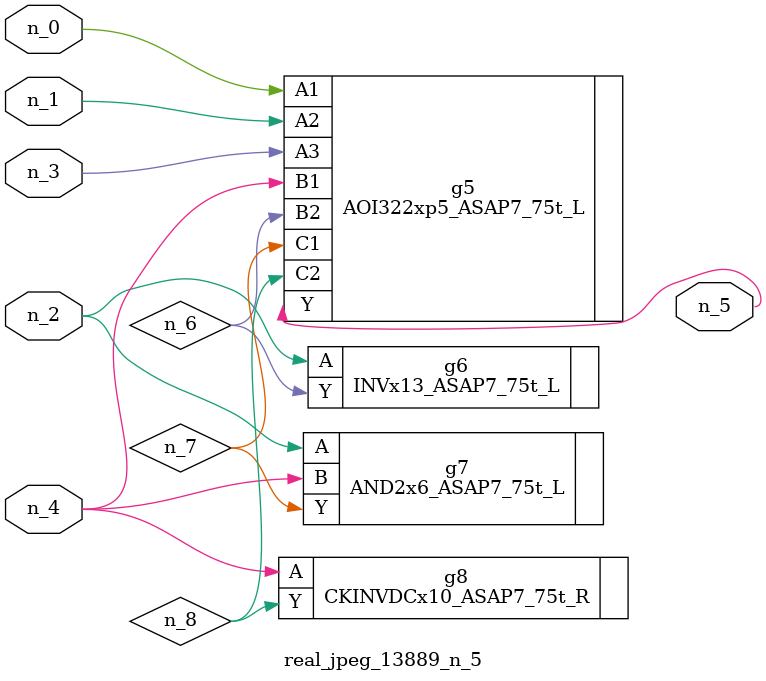
<source format=v>
module real_jpeg_13889_n_5 (n_4, n_0, n_1, n_2, n_3, n_5);

input n_4;
input n_0;
input n_1;
input n_2;
input n_3;

output n_5;

wire n_8;
wire n_6;
wire n_7;

AOI322xp5_ASAP7_75t_L g5 ( 
.A1(n_0),
.A2(n_1),
.A3(n_3),
.B1(n_4),
.B2(n_6),
.C1(n_7),
.C2(n_8),
.Y(n_5)
);

INVx13_ASAP7_75t_L g6 ( 
.A(n_2),
.Y(n_6)
);

AND2x6_ASAP7_75t_L g7 ( 
.A(n_2),
.B(n_4),
.Y(n_7)
);

CKINVDCx10_ASAP7_75t_R g8 ( 
.A(n_4),
.Y(n_8)
);


endmodule
</source>
